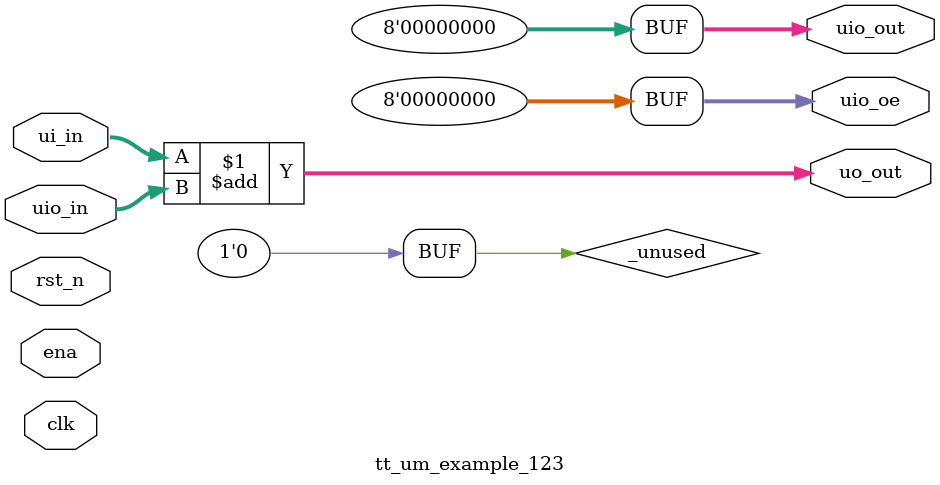
<source format=v>
/*
 * Copyright (c) 2024 Your Name
 * SPDX-License-Identifier: Apache-2.0
 */

`default_nettype none

module tt_um_example_123 (
    input  wire [7:0] ui_in,    // Dedicated inputs
    output wire [7:0] uo_out,   // Dedicated outputs
    input  wire [7:0] uio_in,   // IOs: Input path
    output wire [7:0] uio_out,  // IOs: Output path
    output wire [7:0] uio_oe,   // IOs: Enable path (active high: 0=input, 1=output)
    input  wire       ena,      // always 1 when the design is powered, so you can ignore it
    input  wire       clk,      // clock
    input  wire       rst_n     // reset_n - low to reset
);

  // All output pins must be assigned. If not used, assign to 0.
  assign uo_out  = ui_in + uio_in;  // Example: ou_out is the sum of ui_in and uio_in
  assign uio_out = 0;
  assign uio_oe  = 0;

  // List all unused inputs to prevent warnings
  wire _unused = &{ena, clk, rst_n, 1'b0};

endmodule

</source>
